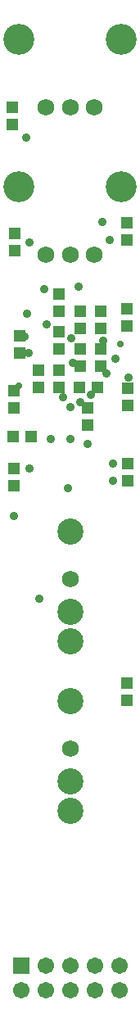
<source format=gbs>
G04 Layer_Color=16711935*
%FSLAX25Y25*%
%MOIN*%
G70*
G01*
G75*
%ADD41R,0.05131X0.05131*%
%ADD44C,0.06800*%
%ADD45C,0.10642*%
%ADD46C,0.12611*%
%ADD47C,0.06706*%
%ADD48R,0.06706X0.06706*%
%ADD49C,0.02800*%
%ADD50C,0.03556*%
%ADD51R,0.05131X0.05131*%
D41*
X51000Y222043D02*
D03*
Y214957D02*
D03*
X4500Y251543D02*
D03*
Y244457D02*
D03*
X7000Y266957D02*
D03*
Y274043D02*
D03*
X14500Y252957D02*
D03*
Y260043D02*
D03*
X40000Y276957D02*
D03*
Y284043D02*
D03*
X34500Y244543D02*
D03*
Y237457D02*
D03*
X23000Y260043D02*
D03*
Y252957D02*
D03*
Y275543D02*
D03*
Y268457D02*
D03*
X23000Y291043D02*
D03*
Y283957D02*
D03*
X5000Y308457D02*
D03*
Y315543D02*
D03*
X50500Y312957D02*
D03*
Y320043D02*
D03*
X4000Y359957D02*
D03*
Y367043D02*
D03*
X50500Y285043D02*
D03*
Y277957D02*
D03*
X31500Y284043D02*
D03*
Y276957D02*
D03*
X31500Y261457D02*
D03*
Y268543D02*
D03*
X40000Y268543D02*
D03*
Y261457D02*
D03*
X51000Y252543D02*
D03*
Y245457D02*
D03*
X50500Y132543D02*
D03*
Y125457D02*
D03*
X4500Y212957D02*
D03*
Y220043D02*
D03*
D44*
X27500Y106000D02*
D03*
Y366941D02*
D03*
X17658D02*
D03*
X37343D02*
D03*
X27500Y175000D02*
D03*
Y306941D02*
D03*
X17658D02*
D03*
X37343D02*
D03*
D45*
X27500Y125370D02*
D03*
Y92693D02*
D03*
Y80488D02*
D03*
Y194370D02*
D03*
Y161693D02*
D03*
Y149488D02*
D03*
D46*
X48366Y394500D02*
D03*
X6634D02*
D03*
X48366Y334500D02*
D03*
X6634D02*
D03*
D47*
X47500Y7500D02*
D03*
Y17500D02*
D03*
X37500Y7500D02*
D03*
Y17500D02*
D03*
X27500Y7500D02*
D03*
Y17500D02*
D03*
X17500Y7500D02*
D03*
Y17500D02*
D03*
X7500Y7500D02*
D03*
D48*
Y17500D02*
D03*
D49*
X48000Y270500D02*
D03*
X6500Y253500D02*
D03*
D50*
X27500Y232000D02*
D03*
Y245000D02*
D03*
X10500Y267000D02*
D03*
X9000Y273500D02*
D03*
X28013Y272750D02*
D03*
X41000Y272000D02*
D03*
X42406Y258417D02*
D03*
X46000Y264500D02*
D03*
X31500Y247000D02*
D03*
X36000Y250000D02*
D03*
X28665Y262878D02*
D03*
X18000Y278500D02*
D03*
X51200Y256791D02*
D03*
X31000Y294000D02*
D03*
X9500Y354500D02*
D03*
X11000Y312000D02*
D03*
X10000Y283000D02*
D03*
X17000Y293000D02*
D03*
X43543Y312957D02*
D03*
X40750Y320250D02*
D03*
X19500Y232000D02*
D03*
X24500Y249000D02*
D03*
X26500Y212000D02*
D03*
X34500Y230000D02*
D03*
X45000Y222000D02*
D03*
X11000Y220000D02*
D03*
X45000Y215000D02*
D03*
X4500Y200500D02*
D03*
X15000Y167000D02*
D03*
D51*
X31457Y253000D02*
D03*
X38543D02*
D03*
X4457Y233000D02*
D03*
X11543D02*
D03*
M02*

</source>
